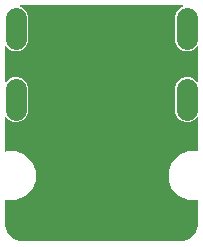
<source format=gbl>
G04 EAGLE Gerber RS-274X export*
G75*
%MOMM*%
%FSLAX34Y34*%
%LPD*%
%INBottom Copper*%
%IPPOS*%
%AMOC8*
5,1,8,0,0,1.08239X$1,22.5*%
G01*
%ADD10C,1.778000*%
%ADD11C,0.706400*%

G36*
X144903Y10161D02*
X144903Y10161D01*
X147000Y10161D01*
X147013Y10164D01*
X147030Y10162D01*
X149292Y10340D01*
X149326Y10351D01*
X149379Y10357D01*
X153682Y11755D01*
X153715Y11775D01*
X153788Y11809D01*
X157448Y14468D01*
X157473Y14497D01*
X157532Y14552D01*
X160191Y18212D01*
X160206Y18248D01*
X160245Y18318D01*
X161643Y22621D01*
X161644Y22634D01*
X161645Y22637D01*
X161645Y22643D01*
X161646Y22656D01*
X161660Y22708D01*
X161838Y24970D01*
X161836Y24983D01*
X161839Y25000D01*
X161839Y27095D01*
X161839Y27097D01*
X161839Y44459D01*
X161828Y44509D01*
X161826Y44560D01*
X161808Y44592D01*
X161800Y44628D01*
X161767Y44667D01*
X161743Y44712D01*
X161713Y44733D01*
X161690Y44761D01*
X161643Y44782D01*
X161601Y44812D01*
X161559Y44820D01*
X161531Y44832D01*
X161501Y44831D01*
X161459Y44839D01*
X153290Y44839D01*
X145697Y47985D01*
X139885Y53797D01*
X136739Y61390D01*
X136739Y69610D01*
X139885Y77203D01*
X145697Y83015D01*
X153290Y86161D01*
X161459Y86161D01*
X161509Y86172D01*
X161560Y86174D01*
X161592Y86192D01*
X161628Y86200D01*
X161667Y86233D01*
X161712Y86257D01*
X161733Y86287D01*
X161761Y86310D01*
X161782Y86357D01*
X161812Y86399D01*
X161820Y86441D01*
X161832Y86469D01*
X161831Y86499D01*
X161839Y86541D01*
X161839Y114803D01*
X161833Y114828D01*
X161836Y114853D01*
X161814Y114911D01*
X161800Y114971D01*
X161783Y114991D01*
X161774Y115015D01*
X161729Y115057D01*
X161690Y115105D01*
X161666Y115116D01*
X161647Y115133D01*
X161588Y115151D01*
X161531Y115176D01*
X161506Y115175D01*
X161481Y115182D01*
X161420Y115172D01*
X161358Y115169D01*
X161336Y115157D01*
X161310Y115153D01*
X161239Y115104D01*
X161206Y115087D01*
X161200Y115078D01*
X161190Y115072D01*
X158399Y112281D01*
X154572Y110695D01*
X150428Y110695D01*
X146601Y112281D01*
X143671Y115211D01*
X142085Y119038D01*
X142085Y140962D01*
X143671Y144789D01*
X146601Y147719D01*
X150428Y149305D01*
X154572Y149305D01*
X158399Y147719D01*
X161190Y144928D01*
X161212Y144915D01*
X161228Y144895D01*
X161285Y144870D01*
X161337Y144837D01*
X161363Y144835D01*
X161387Y144824D01*
X161448Y144826D01*
X161510Y144821D01*
X161534Y144830D01*
X161560Y144831D01*
X161614Y144860D01*
X161672Y144882D01*
X161689Y144901D01*
X161712Y144913D01*
X161747Y144964D01*
X161789Y145009D01*
X161797Y145034D01*
X161812Y145055D01*
X161828Y145140D01*
X161839Y145175D01*
X161837Y145185D01*
X161839Y145197D01*
X161839Y174803D01*
X161833Y174828D01*
X161836Y174853D01*
X161814Y174911D01*
X161800Y174971D01*
X161783Y174991D01*
X161774Y175015D01*
X161729Y175057D01*
X161690Y175105D01*
X161666Y175116D01*
X161647Y175133D01*
X161588Y175151D01*
X161531Y175176D01*
X161506Y175175D01*
X161481Y175182D01*
X161420Y175172D01*
X161358Y175169D01*
X161336Y175157D01*
X161310Y175153D01*
X161239Y175104D01*
X161206Y175087D01*
X161200Y175078D01*
X161190Y175072D01*
X158399Y172281D01*
X154572Y170695D01*
X150428Y170695D01*
X146601Y172281D01*
X143671Y175211D01*
X142085Y179038D01*
X142085Y200962D01*
X143671Y204789D01*
X146601Y207719D01*
X149472Y208909D01*
X149505Y208932D01*
X149543Y208947D01*
X149575Y208982D01*
X149613Y209010D01*
X149632Y209046D01*
X149659Y209076D01*
X149672Y209121D01*
X149694Y209163D01*
X149695Y209203D01*
X149706Y209242D01*
X149698Y209289D01*
X149699Y209336D01*
X149682Y209373D01*
X149675Y209413D01*
X149647Y209450D01*
X149627Y209493D01*
X149595Y209519D01*
X149571Y209551D01*
X149521Y209579D01*
X149492Y209602D01*
X149470Y209607D01*
X149444Y209622D01*
X149379Y209643D01*
X149344Y209646D01*
X149292Y209660D01*
X147030Y209838D01*
X147017Y209836D01*
X147000Y209839D01*
X144903Y209839D01*
X15097Y209839D01*
X13000Y209839D01*
X12987Y209836D01*
X12970Y209838D01*
X10708Y209660D01*
X10674Y209649D01*
X10621Y209643D01*
X10556Y209622D01*
X10521Y209601D01*
X10482Y209589D01*
X10448Y209556D01*
X10408Y209532D01*
X10386Y209498D01*
X10356Y209470D01*
X10340Y209426D01*
X10315Y209386D01*
X10310Y209345D01*
X10296Y209307D01*
X10301Y209260D01*
X10296Y209214D01*
X10310Y209175D01*
X10314Y209135D01*
X10339Y209095D01*
X10356Y209051D01*
X10385Y209023D01*
X10407Y208989D01*
X10455Y208957D01*
X10481Y208932D01*
X10503Y208925D01*
X10528Y208909D01*
X13399Y207719D01*
X16329Y204789D01*
X17915Y200962D01*
X17915Y179038D01*
X16329Y175211D01*
X13399Y172281D01*
X9572Y170695D01*
X5428Y170695D01*
X1601Y172281D01*
X-1190Y175072D01*
X-1212Y175085D01*
X-1228Y175105D01*
X-1285Y175130D01*
X-1337Y175163D01*
X-1363Y175165D01*
X-1387Y175176D01*
X-1448Y175174D01*
X-1510Y175179D01*
X-1534Y175170D01*
X-1560Y175169D01*
X-1614Y175140D01*
X-1672Y175118D01*
X-1689Y175099D01*
X-1712Y175087D01*
X-1747Y175036D01*
X-1789Y174991D01*
X-1797Y174966D01*
X-1812Y174945D01*
X-1828Y174860D01*
X-1839Y174825D01*
X-1837Y174815D01*
X-1839Y174803D01*
X-1839Y145197D01*
X-1833Y145172D01*
X-1836Y145147D01*
X-1814Y145089D01*
X-1800Y145029D01*
X-1783Y145009D01*
X-1774Y144985D01*
X-1729Y144943D01*
X-1690Y144895D01*
X-1666Y144884D01*
X-1647Y144867D01*
X-1588Y144849D01*
X-1531Y144824D01*
X-1506Y144825D01*
X-1481Y144818D01*
X-1420Y144828D01*
X-1358Y144831D01*
X-1336Y144843D01*
X-1310Y144847D01*
X-1239Y144896D01*
X-1206Y144913D01*
X-1200Y144922D01*
X-1190Y144928D01*
X1601Y147719D01*
X5428Y149305D01*
X9572Y149305D01*
X13399Y147719D01*
X16329Y144789D01*
X17915Y140962D01*
X17915Y119038D01*
X16329Y115211D01*
X13399Y112281D01*
X9572Y110695D01*
X5428Y110695D01*
X1601Y112281D01*
X-1190Y115072D01*
X-1212Y115085D01*
X-1228Y115105D01*
X-1285Y115130D01*
X-1337Y115163D01*
X-1363Y115165D01*
X-1387Y115176D01*
X-1448Y115174D01*
X-1510Y115179D01*
X-1534Y115170D01*
X-1560Y115169D01*
X-1614Y115140D01*
X-1672Y115118D01*
X-1689Y115099D01*
X-1712Y115087D01*
X-1747Y115036D01*
X-1789Y114991D01*
X-1797Y114966D01*
X-1812Y114945D01*
X-1828Y114860D01*
X-1839Y114825D01*
X-1837Y114815D01*
X-1839Y114803D01*
X-1839Y86220D01*
X-1830Y86183D01*
X-1832Y86145D01*
X-1811Y86100D01*
X-1800Y86052D01*
X-1775Y86022D01*
X-1759Y85987D01*
X-1721Y85956D01*
X-1690Y85918D01*
X-1654Y85902D01*
X-1625Y85878D01*
X-1576Y85867D01*
X-1531Y85847D01*
X-1493Y85849D01*
X-1455Y85840D01*
X-1396Y85852D01*
X-1358Y85854D01*
X-1340Y85864D01*
X-1313Y85869D01*
X-610Y86161D01*
X7610Y86161D01*
X15203Y83015D01*
X21015Y77203D01*
X24161Y69610D01*
X24161Y61390D01*
X21015Y53797D01*
X15203Y47985D01*
X7610Y44839D01*
X-610Y44839D01*
X-1313Y45131D01*
X-1351Y45137D01*
X-1387Y45153D01*
X-1436Y45151D01*
X-1484Y45159D01*
X-1521Y45148D01*
X-1560Y45146D01*
X-1603Y45123D01*
X-1650Y45108D01*
X-1678Y45082D01*
X-1712Y45063D01*
X-1740Y45023D01*
X-1776Y44989D01*
X-1790Y44953D01*
X-1812Y44922D01*
X-1823Y44862D01*
X-1836Y44827D01*
X-1834Y44806D01*
X-1839Y44780D01*
X-1839Y27097D01*
X-1839Y25000D01*
X-1836Y24987D01*
X-1838Y24970D01*
X-1660Y22708D01*
X-1649Y22674D01*
X-1643Y22621D01*
X-245Y18318D01*
X-225Y18285D01*
X-191Y18212D01*
X2468Y14552D01*
X2497Y14527D01*
X2552Y14468D01*
X6212Y11809D01*
X6248Y11794D01*
X6318Y11755D01*
X10621Y10357D01*
X10656Y10354D01*
X10708Y10340D01*
X12970Y10162D01*
X12983Y10164D01*
X13000Y10161D01*
X15095Y10161D01*
X15097Y10161D01*
X144903Y10161D01*
X144903Y10161D01*
G37*
D10*
X152500Y138890D02*
X152500Y121110D01*
X7500Y121110D02*
X7500Y138890D01*
X152500Y181110D02*
X152500Y198890D01*
X7500Y198890D02*
X7500Y181110D01*
D11*
X11000Y106000D03*
X61500Y94500D03*
X78000Y95000D03*
X45000Y94000D03*
X157500Y106000D03*
X94500Y93000D03*
X102500Y103000D03*
X117000Y143000D03*
X116500Y96500D03*
M02*

</source>
